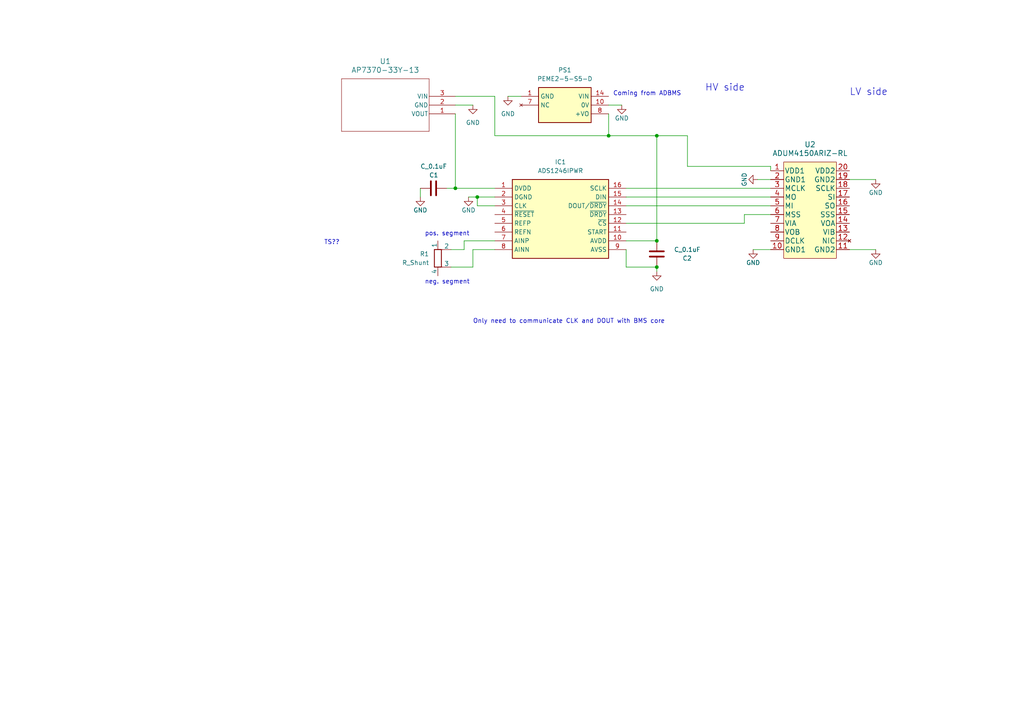
<source format=kicad_sch>
(kicad_sch (version 20230121) (generator eeschema)
  (paper "A4")
  (lib_symbols
    (symbol "ADC_ADS1246:ADS1246IPWR"
      (property "Reference" "IC" (at 34.29 7.62 0))
      (property "Value" "ADS1246IPWR" (at 34.29 5.08 0))
      (symbol "ADS1246IPWR_1_1"
        (rectangle (start 5.08 2.54) (end 33.02 -20.32) (stroke (width 0.254)) (fill (type background)))
        (pin passive line (at 0 0 0) (length 5.08) (name "DVDD") (number "1"))
        (pin passive line (at 38.1 -15.24 180) (length 5.08) (name "AVDD") (number "10"))
        (pin passive line (at 38.1 -12.7 180) (length 5.08) (name "START") (number "11"))
        (pin passive line (at 38.1 -10.16 180) (length 5.08) (name "~{CS}") (number "12"))
        (pin passive line (at 38.1 -7.62 180) (length 5.08) (name "~{DRDY}") (number "13"))
        (pin passive line (at 38.1 -5.08 180) (length 5.08) (name "DOUT/~{DRDY}") (number "14"))
        (pin passive line (at 38.1 -2.54 180) (length 5.08) (name "DIN") (number "15"))
        (pin passive line (at 38.1 0 180) (length 5.08) (name "SCLK") (number "16"))
        (pin passive line (at 0 -2.54 0) (length 5.08) (name "DGND") (number "2"))
        (pin passive line (at 0 -5.08 0) (length 5.08) (name "CLK") (number "3"))
        (pin passive line (at 0 -7.62 0) (length 5.08) (name "~{RESET}") (number "4"))
        (pin passive line (at 0 -10.16 0) (length 5.08) (name "REFP") (number "5"))
        (pin passive line (at 0 -12.7 0) (length 5.08) (name "REFN") (number "6"))
        (pin passive line (at 0 -15.24 0) (length 5.08) (name "AINP") (number "7"))
        (pin passive line (at 0 -17.78 0) (length 5.08) (name "AINN") (number "8"))
        (pin passive line (at 38.1 -17.78 180) (length 5.08) (name "AVSS") (number "9"))
      )
    )
    (symbol "DCDC_PEME2-5-D5-D3:PEME2-5-S5-D"
      (property "Reference" "PS" (at 21.59 7.62 0))
      (property "Value" "PEME2-5-S5-D" (at 21.59 5.08 0))
      (symbol "PEME2-5-S5-D_1_1"
        (rectangle (start 5.08 2.54) (end 20.32 -7.62) (stroke (width 0.254)) (fill (type background)))
        (pin passive line (at 0 0 0) (length 5.08) (name "GND") (number "1"))
        (pin passive line (at 25.4 -2.54 180) (length 5.08) (name "0V") (number "10"))
        (pin passive line (at 25.4 0 180) (length 5.08) (name "VIN") (number "14"))
        (pin no_connect line (at 0 -2.54 0) (length 5.08) (name "NC") (number "7"))
        (pin passive line (at 25.4 -5.08 180) (length 5.08) (name "+VO") (number "8"))
      )
    )
    (symbol "Device:R_Shunt" (pin_numbers hide) (pin_names (offset 0))
      (property "Reference" "R" (at -4.445 0 90))
      (property "Value" "R_Shunt" (at -2.54 0 90))
      (symbol "R_Shunt_0_1"
        (rectangle (start -1.016 -2.54) (end 1.016 2.54) (stroke (width 0.254)))
        (polyline (pts (xy 0 -2.54) (xy 1.27 -2.54)))
        (polyline (pts (xy 1.27 2.54) (xy 0 2.54)))
      )
      (symbol "R_Shunt_1_1"
        (pin passive line (at 0 5.08 270) (length 2.54) (name "1") (number "1"))
        (pin passive line (at 3.81 2.54 180) (length 2.54) (name "2") (number "2"))
        (pin passive line (at 3.81 -2.54 180) (length 2.54) (name "3") (number "3"))
        (pin passive line (at 0 -5.08 90) (length 2.54) (name "4") (number "4"))
      )
    )
    (symbol "LDO_AP7370-33Y-13:AP7370-33Y-13" (pin_names (offset 0.254))
      (property "Reference" "U" (at -20.32 10.16 0))
      (property "Value" "AP7370-33Y-13" (at -20.32 7.62 0))
      (symbol "AP7370-33Y-13_0_1"
        (polyline (pts (xy -33.02 -10.16) (xy -7.62 -10.16)) (stroke (width 0.127)))
        (polyline (pts (xy -33.02 5.08) (xy -33.02 -10.16)) (stroke (width 0.127)))
        (polyline (pts (xy -7.62 -10.16) (xy -7.62 5.08)) (stroke (width 0.127)))
        (polyline (pts (xy -7.62 5.08) (xy -33.02 5.08)) (stroke (width 0.127)))
        (pin output line (at 0 -5.08 180) (length 7.62) (name "VOUT") (number "1"))
        (pin power_out line (at 0 -2.54 180) (length 7.62) (name "GND") (number "2"))
        (pin input line (at 0 0 180) (length 7.62) (name "VIN") (number "3"))
      )
    )
    (symbol "formula:ADUM4150ARIZ-RL" (pin_names (offset 0.254))
      (property "Reference" "U5" (at 32.385 8.636 0))
      (property "Value" "ADUM4150ARIZ-RL" (at 32.385 4.826 0))
      (symbol "ADUM4150ARIZ-RL_1_1"
        (rectangle (start 24.765 2.54) (end 40.005 -25.4) (fill (type background)))
        (pin power_in line (at 20.955 0 0) (length 3.81) (name "VDD1") (number "1"))
        (pin power_in line (at 20.955 -22.86 0) (length 3.81) (name "GND1") (number "10"))
        (pin power_in line (at 43.815 -22.86 180) (length 3.81) (name "GND2") (number "11"))
        (pin no_connect line (at 43.815 -20.32 180) (length 3.81) (name "NIC") (number "12"))
        (pin input line (at 43.815 -17.78 180) (length 3.81) (name "VIB") (number "13"))
        (pin output line (at 43.815 -15.24 180) (length 3.81) (name "VOA") (number "14"))
        (pin output line (at 43.815 -12.7 180) (length 3.81) (name "SSS") (number "15"))
        (pin input line (at 43.815 -10.16 180) (length 3.81) (name "SO") (number "16"))
        (pin output line (at 43.815 -7.62 180) (length 3.81) (name "SI") (number "17"))
        (pin output line (at 43.815 -5.08 180) (length 3.81) (name "SCLK") (number "18"))
        (pin power_in line (at 43.815 -2.54 180) (length 3.81) (name "GND2") (number "19"))
        (pin power_in line (at 20.955 -2.54 0) (length 3.81) (name "GND1") (number "2"))
        (pin power_in line (at 43.815 0 180) (length 3.81) (name "VDD2") (number "20"))
        (pin input line (at 20.955 -5.08 0) (length 3.81) (name "MCLK") (number "3"))
        (pin input line (at 20.955 -7.62 0) (length 3.81) (name "MO") (number "4"))
        (pin output line (at 20.955 -10.16 0) (length 3.81) (name "MI") (number "5"))
        (pin input line (at 20.955 -12.7 0) (length 3.81) (name "MSS") (number "6"))
        (pin input line (at 20.955 -15.24 0) (length 3.81) (name "VIA") (number "7"))
        (pin output line (at 20.955 -17.78 0) (length 3.81) (name "VOB") (number "8"))
        (pin output line (at 20.955 -20.32 0) (length 3.81) (name "DCLK") (number "9"))
      )
    )
    (symbol "formula:C_0.1uF" (pin_numbers hide) (pin_names (offset 0.254))
      (property "Reference" "C" (at 0.635 2.54 0))
      (property "Value" "C_0.1uF" (at 0.635 -2.54 0))
      (symbol "C_0.1uF_0_1"
        (polyline (pts (xy -2.032 -0.762) (xy 2.032 -0.762)) (stroke (width 0.508)))
        (polyline (pts (xy -2.032 0.762) (xy 2.032 0.762)) (stroke (width 0.508)))
      )
      (symbol "C_0.1uF_1_1"
        (pin passive line (at 0 3.81 270) (length 2.794) (name "~") (number "1"))
        (pin passive line (at 0 -3.81 90) (length 2.794) (name "~") (number "2"))
      )
    )
    (symbol "power:GND" (power) (pin_names (offset 0))
      (property "Value" "GND" (at 0 -3.81 0))
      (symbol "GND_0_1"
        (polyline (pts (xy 0 0) (xy 0 -1.27) (xy 1.27 -1.27) (xy 0 -2.54) (xy -1.27 -1.27) (xy 0 -1.27)))
      )
      (symbol "GND_1_1"
        (pin power_in line (at 0 0 270) (length 0) hide (name "GND") (number "1"))
      )
    )
  )
  (junction (at 190.5 69.85))
  (junction (at 132.08 54.61))
  (junction (at 138.43 57.15))
  (junction (at 190.5 77.47))
  (junction (at 190.5 39.37))
  (junction (at 176.53 39.37))
  (wire (pts (xy 215.9 62.23) (xy 223.52 62.23)))
  (wire (pts (xy 190.5 69.85) (xy 181.61 69.85)))
  (wire (pts (xy 138.43 59.69) (xy 143.51 59.69)))
  (wire (pts (xy 132.08 33.02) (xy 132.08 54.61)))
  (wire (pts (xy 223.52 48.26) (xy 223.52 49.53)))
  (wire (pts (xy 218.44 72.39) (xy 223.52 72.39)))
  (wire (pts (xy 130.81 72.39) (xy 134.62 72.39)))
  (wire (pts (xy 143.51 57.15) (xy 138.43 57.15)))
  (wire (pts (xy 137.16 77.47) (xy 130.81 77.47)))
  (wire (pts (xy 176.53 39.37) (xy 190.5 39.37)))
  (wire (pts (xy 246.38 72.39) (xy 254 72.39)))
  (wire (pts (xy 199.39 48.26) (xy 199.39 39.37)))
  (wire (pts (xy 132.08 30.48) (xy 137.16 30.48)))
  (wire (pts (xy 135.89 57.15) (xy 138.43 57.15)))
  (wire (pts (xy 134.62 69.85) (xy 143.51 69.85)))
  (wire (pts (xy 223.52 48.26) (xy 199.39 48.26)))
  (wire (pts (xy 246.38 52.07) (xy 254 52.07)))
  (wire (pts (xy 176.53 33.02) (xy 176.53 39.37)))
  (wire (pts (xy 199.39 39.37) (xy 190.5 39.37)))
  (wire (pts (xy 147.32 27.94) (xy 151.13 27.94)))
  (wire (pts (xy 143.51 72.39) (xy 137.16 72.39)))
  (wire (pts (xy 215.9 64.77) (xy 215.9 62.23)))
  (wire (pts (xy 181.61 64.77) (xy 215.9 64.77)))
  (wire (pts (xy 143.51 27.94) (xy 132.08 27.94)))
  (wire (pts (xy 181.61 57.15) (xy 223.52 57.15)))
  (wire (pts (xy 121.92 54.61) (xy 121.92 57.15)))
  (wire (pts (xy 143.51 39.37) (xy 143.51 27.94)))
  (wire (pts (xy 181.61 72.39) (xy 181.61 77.47)))
  (wire (pts (xy 181.61 59.69) (xy 223.52 59.69)))
  (wire (pts (xy 137.16 72.39) (xy 137.16 77.47)))
  (wire (pts (xy 176.53 30.48) (xy 180.34 30.48)))
  (wire (pts (xy 176.53 39.37) (xy 143.51 39.37)))
  (wire (pts (xy 190.5 77.47) (xy 190.5 78.74)))
  (wire (pts (xy 138.43 57.15) (xy 138.43 59.69)))
  (wire (pts (xy 132.08 54.61) (xy 143.51 54.61)))
  (wire (pts (xy 181.61 54.61) (xy 223.52 54.61)))
  (wire (pts (xy 134.62 72.39) (xy 134.62 69.85)))
  (wire (pts (xy 129.54 54.61) (xy 132.08 54.61)))
  (wire (pts (xy 181.61 77.47) (xy 190.5 77.47)))
  (wire (pts (xy 190.5 39.37) (xy 190.5 69.85)))
  (wire (pts (xy 219.71 52.07) (xy 223.52 52.07)))
  (text "Coming from ADBMS" (at 177.8 27.94 0) (effects (font (size 1.27 1.27)) (justify left bottom)))
  (text "LV side" (at 246.38 27.94 0) (effects (font (size 2 2)) (justify left bottom)))
  (text "Only need to communicate CLK and DOUT with BMS core" (at 137.16 93.98 0) (effects (font (size 1.27 1.27)) (justify left bottom)))
  (text "HV side" (at 204.47 26.67 0) (effects (font (size 2 2)) (justify left bottom)))
  (text "neg. segment" (at 123.19 82.55 0) (effects (font (size 1.27 1.27)) (justify left bottom)))
  (text "TS??" (at 93.98 71.12 0) (effects (font (size 1.27 1.27)) (justify left bottom)))
  (text "pos. segment" (at 123.19 68.58 0) (effects (font (size 1.27 1.27)) (justify left bottom)))
  (symbol (lib_id "ADC_ADS1246:ADS1246IPWR") (at 143.51 54.61 0) (unit 1)
    (property "Reference" "IC1" (at 162.56 46.99 0))
    (property "Value" "ADS1246IPWR" (at 162.56 49.53 0))
    (property "Footprint" "SOP65P640X120-16N" (effects hide))
    (property "Datasheet" "http://www.ti.com/lit/gpn/ADS1246" (effects hide))
    (property "Height" "1.2" (effects hide))
    (property "Manufacturer_Name" "Texas Instruments" (effects hide))
    (property "Manufacturer_Part_Number" "ADS1246IPWR" (effects hide))
    (property "Mouser Part Number" "595-ADS1246IPWR" (effects hide))
    (property "Mouser Price/Stock" "https://www.mouser.co.uk/ProductDetail/Texas-Instruments/ADS1246IPWR?qs=XGzIaZb%2FFYJewvAb0%2FxFDA%3D%3D" (effects hide))
    (property "Arrow Part Number" "ADS1246IPWR" (effects hide))
    (property "Arrow Price/Stock" "https://www.arrow.com/en/products/ads1246ipwr/texas-instruments?region=nac" (effects hide))
  )
  (symbol (lib_id "Device:R_Shunt") (at 127 74.93 0) (unit 1)
    (property "Reference" "R1" (at 124.46 73.66 0) (effects (justify right)))
    (property "Value" "R_Shunt" (at 124.46 76.2 0) (effects (justify right)))
  )
  (symbol (lib_id "power:GND") (at 121.92 57.15 0) (unit 1)
    (property "Reference" "#PWR01" (effects hide))
    (property "Value" "GND" (at 121.92 60.96 0))
  )
  (symbol (lib_id "power:GND") (at 254 72.39 0) (unit 1)
    (property "Reference" "#PWR08" (effects hide))
    (property "Value" "GND" (at 254 76.2 0))
  )
  (symbol (lib_id "formula:C_0.1uF") (at 125.73 54.61 90) (unit 1)
    (property "Reference" "C1" (at 124.46 50.8 90) (effects (justify right)))
    (property "Value" "C_0.1uF" (at 121.92 48.26 90) (effects (justify right)))
    (property "Footprint" "footprints:C_0805_OEM" (effects hide))
    (property "Datasheet" "http://datasheets.avx.com/X7RDielectric.pdf" (effects hide))
    (property "MFN" "DK" (effects hide))
    (property "MPN" "478-3352-1-ND" (effects hide))
    (property "PurchasingLink" "https://www.digikey.com/products/en?keywords=478-3352-1-ND" (effects hide))
  )
  (symbol (lib_id "DCDC_PEME2-5-D5-D3:PEME2-5-S5-D") (at 151.13 27.94 0) (unit 1)
    (property "Reference" "PS1" (at 163.83 20.32 0))
    (property "Value" "PEME2-5-S5-D" (at 163.83 22.86 0))
    (property "Footprint" "PEME25S5D" (effects hide))
    (property "Datasheet" "https://www.cui.com/product/resource/supplyframepdf/peme2-d.pdf" (effects hide))
    (property "Height" "8.45" (effects hide))
    (property "Manufacturer_Name" "CUI Inc." (effects hide))
    (property "Manufacturer_Part_Number" "PEME2-5-S5-D" (effects hide))
  )
  (symbol (lib_id "power:GND") (at 135.89 57.15 0) (unit 1)
    (property "Reference" "#PWR06" (effects hide))
    (property "Value" "GND" (at 135.89 60.96 0))
  )
  (symbol (lib_id "power:GND") (at 218.44 72.39 0) (unit 1)
    (property "Reference" "#PWR09" (effects hide))
    (property "Value" "GND" (at 218.44 76.2 0))
  )
  (symbol (lib_id "power:GND") (at 137.16 30.48 0) (mirror y) (unit 1)
    (property "Reference" "#PWR03" (effects hide))
    (property "Value" "GND" (at 137.16 35.56 0))
  )
  (symbol (lib_id "LDO_AP7370-33Y-13:AP7370-33Y-13") (at 132.08 27.94 0) (unit 1)
    (property "Reference" "U1" (at 111.76 17.78 0) (effects (font (size 1.524 1.524))))
    (property "Value" "AP7370-33Y-13" (at 111.76 20.32 0) (effects (font (size 1.524 1.524))))
    (property "Footprint" "SOT89_B8D_DIO" (effects hide))
    (property "Datasheet" "AP7370-33Y-13" (effects hide))
  )
  (symbol (lib_id "power:GND") (at 190.5 78.74 0) (mirror y) (unit 1)
    (property "Reference" "#PWR02" (effects hide))
    (property "Value" "GND" (at 190.5 83.82 0))
  )
  (symbol (lib_id "formula:C_0.1uF") (at 190.5 73.66 0) (unit 1)
    (property "Reference" "C2" (at 200.66 74.93 0) (effects (justify right)))
    (property "Value" "C_0.1uF" (at 203.2 72.39 0) (effects (justify right)))
    (property "Footprint" "footprints:C_0805_OEM" (effects hide))
    (property "Datasheet" "http://datasheets.avx.com/X7RDielectric.pdf" (effects hide))
    (property "MFN" "DK" (effects hide))
    (property "MPN" "478-3352-1-ND" (effects hide))
    (property "PurchasingLink" "https://www.digikey.com/products/en?keywords=478-3352-1-ND" (effects hide))
  )
  (symbol (lib_id "power:GND") (at 147.32 27.94 0) (mirror y) (unit 1)
    (property "Reference" "#PWR04" (effects hide))
    (property "Value" "GND" (at 147.32 33.02 0))
  )
  (symbol (lib_id "power:GND") (at 254 52.07 0) (unit 1)
    (property "Reference" "#PWR05" (effects hide))
    (property "Value" "GND" (at 254 55.88 0))
  )
  (symbol (lib_id "power:GND") (at 219.71 52.07 270) (unit 1)
    (property "Reference" "#PWR010" (effects hide))
    (property "Value" "GND" (at 215.9 52.07 0))
  )
  (symbol (lib_id "formula:ADUM4150ARIZ-RL") (at 202.565 49.53 0) (unit 1)
    (property "Reference" "U2" (at 234.95 41.91 0) (effects (font (size 1.524 1.524))))
    (property "Value" "ADUM4150ARIZ-RL" (at 234.95 44.45 0) (effects (font (size 1.524 1.524))))
    (property "Footprint" "footprints:20-SOIC" (effects hide))
    (property "Datasheet" "www.analog.com/media/en/technical-documentation/data-sheets/ADuM4150.pdf" (effects hide))
    (property "Purchasin Link" "www.digikey.com/en/products/detail/analog-devices-inc/ADUM4150ARIZ-RL/5056899" (effects hide))
  )
  (symbol (lib_id "power:GND") (at 180.34 30.48 0) (unit 1)
    (property "Reference" "#PWR07" (effects hide))
    (property "Value" "GND" (at 180.34 34.29 0))
  )
)
</source>
